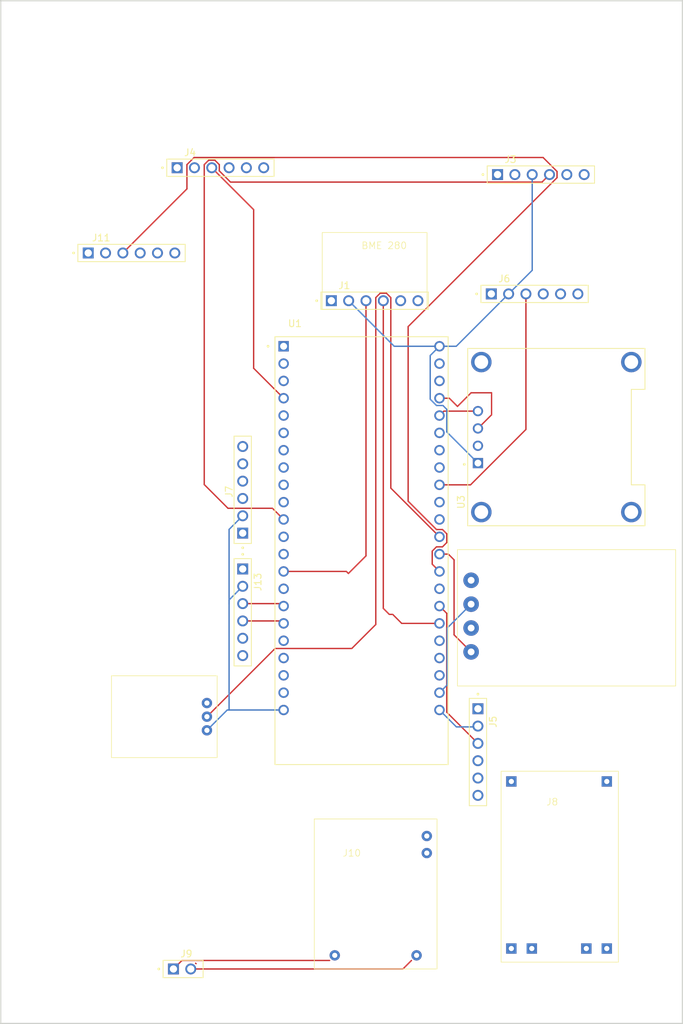
<source format=kicad_pcb>
(kicad_pcb (version 20240108) (generator "pcbnew") (generator_version "8.0")
  (layers (0 "F.Cu" signal) (31 "B.Cu" signal) (34 "B.Paste" user) (35 "F.Paste" user) (36 "B.SilkS" user "B.Silkscreen") (37 "F.SilkS" user "F.Silkscreen") (38 "B.Mask" user) (39 "F.Mask" user) (44 "Edge.Cuts" user))
  (net 0 "")
  (net 1 "Net-(J10--BAT)")
  (net 2 "Net-(J1-MOSI)")
  (net 3 "3v")
  (net 7 "GND")
  (net 8 "Net-(J10-+BAT)")
  (net 10 "Net-(J11-OUT)")
  (net 13 "Net-(J12-DATA)")
  (net 16 "Net-(J1-SCK)")
  (net 19 "Net-(J2-AO)")
  (net 22 "Net-(J13-DAT)")
  (net 23 "5v")
  (net 28 "Net-(J13-CLK)")
  (net 29 "Net-(U1-GPIO18)")
  (net 32 "Net-(C1-Pad1)")
  (net 35 "Net-(J4-D0)")
  (net 38 "Net-(J5-OUT)")
  (net 43 "Net-(J6-D0)")
  (net 44 "Net-(J7-OUT)")
  (net 45 "Net-(U1-GPIO1)")
  (net 46 "Net-(U1-GPIO2)")
  (net 47 "Net-(J13-RST)")
  (footprint "npulg:MQ 185" (layer "F.Cu") (at 144 132.5 -90)
    (property "Reference" "J2" (hide yes))
    (property "Value" "MQ 135")
    (fp_rect (start -8 -7.5) (end 12 24.5) (stroke (width 0.1)) (fill none) (layer "F.SilkS"))
    (pad "1" thru_hole circle (at -3.5 22.5 270) (size 2.286 2.286) (drill 1) (layers "*.Cu" "*.Mask") (net 3 "3v"))
    (pad "2" thru_hole circle (at 0 22.5 270) (size 2.286 2.286) (drill 1) (layers "*.Cu" "*.Mask") (net 7 "GND"))
    (pad "3" thru_hole circle (at 3.5 22.5 270) (size 2.286 2.286) (drill 1) (layers "*.Cu" "*.Mask"))
    (pad "4" thru_hole circle (at 7 22.5 270) (size 2.286 2.286) (drill 1) (layers "*.Cu" "*.Mask") (net 19 "Net-(J2-AO)"))
  )
  (footprint "Oled display:MODULE_DM-OLED096-636" (layer "F.Cu") (at 134 108 90)
    (property "Reference" "U3" (at -9.525 -13.97 90) (layer "F.SilkS"))
    (property "Value" "Oled display")
    (fp_line (start 13 -13) (end 13 13) (stroke (width 0.127)) (layer "F.SilkS"))
    (fp_line (start -13 -13) (end 13 -13) (stroke (width 0.127)) (layer "F.SilkS"))
    (fp_line (start 7 11) (end -7 11) (stroke (width 0.127)) (layer "F.SilkS"))
    (fp_line (start -7 11) (end -7 13) (stroke (width 0.127)) (layer "F.SilkS"))
    (fp_line (start 13 13) (end 7 13) (stroke (width 0.127)) (layer "F.SilkS"))
    (fp_line (start 7 13) (end 7 11) (stroke (width 0.127)) (layer "F.SilkS"))
    (fp_line (start -7 13) (end -13 13) (stroke (width 0.127)) (layer "F.SilkS"))
    (fp_line (start -13 13) (end -13 -13) (stroke (width 0.127)) (layer "F.SilkS"))
    (fp_circle (center -4 -13.5) (end -3.9 -13.5) (stroke (width 0.2)) (fill none) (layer "F.SilkS"))
    (pad "1" thru_hole rect (at -3.81 -11.5 90) (size 1.508 1.508) (drill 1) (layers "*.Cu" "*.Mask") (net 7 "GND"))
    (pad "2" thru_hole circle (at -1.27 -11.5 90) (size 1.508 1.508) (drill 1) (layers "*.Cu" "*.Mask") (net 23 "5v"))
    (pad "3" thru_hole circle (at 1.27 -11.5 90) (size 1.508 1.508) (drill 1) (layers "*.Cu" "*.Mask") (net 45 "Net-(U1-GPIO1)"))
    (pad "4" thru_hole circle (at 3.81 -11.5 90) (size 1.508 1.508) (drill 1) (layers "*.Cu" "*.Mask") (net 46 "Net-(U1-GPIO2)"))
    (pad "S1" thru_hole circle (at -11 -11 90) (size 3 3) (drill 2) (layers "*.Cu" "*.Mask"))
    (pad "S2" thru_hole circle (at 11 -11 90) (size 3 3) (drill 2) (layers "*.Cu" "*.Mask"))
    (pad "S3" thru_hole circle (at 11 11 90) (size 3 3) (drill 2) (layers "*.Cu" "*.Mask"))
    (pad "S4" thru_hole circle (at -11 11 90) (size 3 3) (drill 2) (layers "*.Cu" "*.Mask"))
  )
  (footprint "6 pin female header:SULLINS_PPTC061LFBN-RC" (layer "F.Cu") (at 88 133.69 -90)
    (property "Reference" "J13" (at -4.445 -2.2225 90) (layer "F.SilkS"))
    (property "Value" "RTC")
    (fp_line (start -7.87 1.27) (end 7.87 1.27) (stroke (width 0.127)) (layer "F.SilkS"))
    (fp_line (start 7.87 1.27) (end 7.87 -1.27) (stroke (width 0.127)) (layer "F.SilkS"))
    (fp_line (start -7.87 -1.27) (end -7.87 1.27) (stroke (width 0.127)) (layer "F.SilkS"))
    (fp_line (start 7.87 -1.27) (end -7.87 -1.27) (stroke (width 0.127)) (layer "F.SilkS"))
    (fp_circle (center -8.5 0) (end -8.4 0) (stroke (width 0.2)) (fill none) (layer "F.SilkS"))
    (pad "1" thru_hole rect (at -6.35 0 270) (size 1.605 1.605) (drill 1.07) (layers "*.Cu" "*.Mask") (net 23 "5v"))
    (pad "2" thru_hole circle (at -3.81 0 270) (size 1.605 1.605) (drill 1.07) (layers "*.Cu" "*.Mask") (net 7 "GND"))
    (pad "3" thru_hole circle (at -1.27 0 270) (size 1.605 1.605) (drill 1.07) (layers "*.Cu" "*.Mask") (net 28 "Net-(J13-CLK)"))
    (pad "4" thru_hole circle (at 1.27 0 270) (size 1.605 1.605) (drill 1.07) (layers "*.Cu" "*.Mask") (net 22 "Net-(J13-DAT)"))
    (pad "5" thru_hole circle (at 3.81 0 270) (size 1.605 1.605) (drill 1.07) (layers "*.Cu" "*.Mask"))
    (pad "6" thru_hole circle (at 6.35 0 270) (size 1.605 1.605) (drill 1.07) (layers "*.Cu" "*.Mask"))
  )
  (footprint "Esp32 S3 N8R8:XCVR_ESP32-S3-DEVKITC-1U-N8R2" (layer "F.Cu") (at 105.43 124.65)
    (property "Reference" "U1" (at -9.775 -33.305 0) (layer "F.SilkS"))
    (property "Value" "ESP32-S3-DEVKITC-1U-N8R2")
    (fp_line (start -12.7 -31.37) (end 12.7 -31.37) (stroke (width 0.127)) (layer "F.SilkS"))
    (fp_line (start -12.7 31.37) (end -12.7 -31.37) (stroke (width 0.127)) (layer "F.SilkS"))
    (fp_line (start 12.7 -31.37) (end 12.7 31.37) (stroke (width 0.127)) (layer "F.SilkS"))
    (fp_line (start 12.7 31.37) (end -12.7 31.37) (stroke (width 0.127)) (layer "F.SilkS"))
    (fp_circle (center -13.716 -29.972) (end -13.616 -29.972) (stroke (width 0.2)) (fill none) (layer "F.SilkS"))
    (pad "J1_1" thru_hole rect (at -11.43 -29.97) (size 1.53 1.53) (drill 1.02) (layers "*.Cu" "*.Mask") (net 3 "3v"))
    (pad "J1_2" thru_hole circle (at -11.43 -27.43) (size 1.53 1.53) (drill 1.02) (layers "*.Cu" "*.Mask") (net 3 "3v"))
    (pad "J1_3" thru_hole circle (at -11.43 -24.89) (size 1.53 1.53) (drill 1.02) (layers "*.Cu" "*.Mask"))
    (pad "J1_4" thru_hole circle (at -11.43 -22.35) (size 1.53 1.53) (drill 1.02) (layers "*.Cu" "*.Mask") (net 35 "Net-(J4-D0)"))
    (pad "J1_5" thru_hole circle (at -11.43 -19.81) (size 1.53 1.53) (drill 1.02) (layers "*.Cu" "*.Mask") (net 23 "5v"))
    (pad "J1_6" thru_hole circle (at -11.43 -17.27) (size 1.53 1.53) (drill 1.02) (layers "*.Cu" "*.Mask"))
    (pad "J1_7" thru_hole circle (at -11.43 -14.73) (size 1.53 1.53) (drill 1.02) (layers "*.Cu" "*.Mask"))
    (pad "J1_8" thru_hole circle (at -11.43 -12.19) (size 1.53 1.53) (drill 1.02) (layers "*.Cu" "*.Mask"))
    (pad "J1_9" thru_hole circle (at -11.43 -9.65) (size 1.53 1.53) (drill 1.02) (layers "*.Cu" "*.Mask"))
    (pad "J1_10" thru_hole circle (at -11.43 -7.11) (size 1.53 1.53) (drill 1.02) (layers "*.Cu" "*.Mask"))
    (pad "J1_11" thru_hole circle (at -11.43 -4.57) (size 1.53 1.53) (drill 1.02) (layers "*.Cu" "*.Mask") (net 29 "Net-(U1-GPIO18)"))
    (pad "J1_12" thru_hole circle (at -11.43 -2.03) (size 1.53 1.53) (drill 1.02) (layers "*.Cu" "*.Mask"))
    (pad "J1_13" thru_hole circle (at -11.43 0.51) (size 1.53 1.53) (drill 1.02) (layers "*.Cu" "*.Mask"))
    (pad "J1_14" thru_hole circle (at -11.43 3.05) (size 1.53 1.53) (drill 1.02) (layers "*.Cu" "*.Mask") (net 16 "Net-(J1-SCK)"))
    (pad "J1_15" thru_hole circle (at -11.43 5.59) (size 1.53 1.53) (drill 1.02) (layers "*.Cu" "*.Mask"))
    (pad "J1_16" thru_hole circle (at -11.43 8.13) (size 1.53 1.53) (drill 1.02) (layers "*.Cu" "*.Mask") (net 28 "Net-(J13-CLK)"))
    (pad "J1_17" thru_hole circle (at -11.43 10.67) (size 1.53 1.53) (drill 1.02) (layers "*.Cu" "*.Mask") (net 22 "Net-(J13-DAT)"))
    (pad "J1_18" thru_hole circle (at -11.43 13.21) (size 1.53 1.53) (drill 1.02) (layers "*.Cu" "*.Mask") (net 47 "Net-(J13-RST)"))
    (pad "J1_19" thru_hole circle (at -11.43 15.75) (size 1.53 1.53) (drill 1.02) (layers "*.Cu" "*.Mask"))
    (pad "J1_20" thru_hole circle (at -11.43 18.29) (size 1.53 1.53) (drill 1.02) (layers "*.Cu" "*.Mask"))
    (pad "J1_21" thru_hole circle (at -11.43 20.83) (size 1.53 1.53) (drill 1.02) (layers "*.Cu" "*.Mask") (net 23 "5v"))
    (pad "J1_22" thru_hole circle (at -11.43 23.37) (size 1.53 1.53) (drill 1.02) (layers "*.Cu" "*.Mask") (net 7 "GND"))
    (pad "J3_1" thru_hole circle (at 11.43 -29.97) (size 1.53 1.53) (drill 1.02) (layers "*.Cu" "*.Mask") (net 7 "GND"))
    (pad "J3_2" thru_hole circle (at 11.43 -27.43) (size 1.53 1.53) (drill 1.02) (layers "*.Cu" "*.Mask"))
    (pad "J3_3" thru_hole circle (at 11.43 -24.89) (size 1.53 1.53) (drill 1.02) (layers "*.Cu" "*.Mask"))
    (pad "J3_4" thru_hole circle (at 11.43 -22.35) (size 1.53 1.53) (drill 1.02) (layers "*.Cu" "*.Mask") (net 45 "Net-(U1-GPIO1)"))
    (pad "J3_5" thru_hole circle (at 11.43 -19.81) (size 1.53 1.53) (drill 1.02) (layers "*.Cu" "*.Mask") (net 46 "Net-(U1-GPIO2)"))
    (pad "J3_6" thru_hole circle (at 11.43 -17.27) (size 1.53 1.53) (drill 1.02) (layers "*.Cu" "*.Mask"))
    (pad "J3_7" thru_hole circle (at 11.43 -14.73) (size 1.53 1.53) (drill 1.02) (layers "*.Cu" "*.Mask"))
    (pad "J3_8" thru_hole circle (at 11.43 -12.19) (size 1.53 1.53) (drill 1.02) (layers "*.Cu" "*.Mask"))
    (pad "J3_9" thru_hole circle (at 11.43 -9.65) (size 1.53 1.53) (drill 1.02) (layers "*.Cu" "*.Mask") (net 43 "Net-(J6-D0)"))
    (pad "J3_10" thru_hole circle (at 11.43 -7.11) (size 1.53 1.53) (drill 1.02) (layers "*.Cu" "*.Mask"))
    (pad "J3_11" thru_hole circle (at 11.43 -4.57) (size 1.53 1.53) (drill 1.02) (layers "*.Cu" "*.Mask"))
    (pad "J3_12" thru_hole circle (at 11.43 -2.03) (size 1.53 1.53) (drill 1.02) (layers "*.Cu" "*.Mask") (net 13 "Net-(J12-DATA)"))
    (pad "J3_13" thru_hole circle (at 11.43 0.51) (size 1.53 1.53) (drill 1.02) (layers "*.Cu" "*.Mask") (net 19 "Net-(J2-AO)"))
    (pad "J3_14" thru_hole circle (at 11.43 3.05) (size 1.53 1.53) (drill 1.02) (layers "*.Cu" "*.Mask") (net 10 "Net-(J11-OUT)"))
    (pad "J3_15" thru_hole circle (at 11.43 5.59) (size 1.53 1.53) (drill 1.02) (layers "*.Cu" "*.Mask"))
    (pad "J3_16" thru_hole circle (at 11.43 8.13) (size 1.53 1.53) (drill 1.02) (layers "*.Cu" "*.Mask") (net 38 "Net-(J5-OUT)"))
    (pad "J3_17" thru_hole circle (at 11.43 10.67) (size 1.53 1.53) (drill 1.02) (layers "*.Cu" "*.Mask") (net 2 "Net-(J1-MOSI)"))
    (pad "J3_18" thru_hole circle (at 11.43 13.21) (size 1.53 1.53) (drill 1.02) (layers "*.Cu" "*.Mask"))
    (pad "J3_19" thru_hole circle (at 11.43 15.75) (size 1.53 1.53) (drill 1.02) (layers "*.Cu" "*.Mask"))
    (pad "J3_20" thru_hole circle (at 11.43 18.29) (size 1.53 1.53) (drill 1.02) (layers "*.Cu" "*.Mask"))
    (pad "J3_21" thru_hole circle (at 11.43 20.83) (size 1.53 1.53) (drill 1.02) (layers "*.Cu" "*.Mask") (net 7 "GND"))
    (pad "J3_22" thru_hole circle (at 11.43 23.37) (size 1.53 1.53) (drill 1.02) (layers "*.Cu" "*.Mask") (net 7 "GND"))
  )
  (footprint "npulg:DHT11" (layer "F.Cu") (at 75.25 148 90)
    (property "Reference" "J12" (hide yes))
    (property "Value" "DHT11")
    (fp_rect (start -7 -6.5) (end 5 9) (stroke (width 0.1)) (fill none) (layer "F.SilkS"))
    (pad "1" thru_hole circle (at -3 7.5 90) (size 1.524 1.524) (drill 0.762) (layers "*.Cu" "*.Mask") (net 7 "GND"))
    (pad "2" thru_hole circle (at -1 7.5 90) (size 1.524 1.524) (drill 0.762) (layers "*.Cu" "*.Mask") (net 13 "Net-(J12-DATA)"))
    (pad "3" thru_hole circle (at 1 7.5 90) (size 1.524 1.524) (drill 0.762) (layers "*.Cu" "*.Mask") (net 23 "5v"))
  )
  (footprint "6 pin female header:SULLINS_PPTC061LFBN-RC" (layer "F.Cu") (at 84.73 68.5)
    (property "Reference" "J4" (at -4.445 -2.2225 0) (layer "F.SilkS"))
    (property "Value" "water sensor")
    (fp_line (start -7.87 -1.27) (end -7.87 1.27) (stroke (width 0.127)) (layer "F.SilkS"))
    (fp_line (start -7.87 1.27) (end 7.87 1.27) (stroke (width 0.127)) (layer "F.SilkS"))
    (fp_line (start 7.87 -1.27) (end -7.87 -1.27) (stroke (width 0.127)) (layer "F.SilkS"))
    (fp_line (start 7.87 1.27) (end 7.87 -1.27) (stroke (width 0.127)) (layer "F.SilkS"))
    (fp_circle (center -8.5 0) (end -8.4 0) (stroke (width 0.2)) (fill none) (layer "F.SilkS"))
    (pad "1" thru_hole rect (at -6.35 0) (size 1.605 1.605) (drill 1.07) (layers "*.Cu" "*.Mask") (net 23 "5v"))
    (pad "2" thru_hole circle (at -3.81 0) (size 1.605 1.605) (drill 1.07) (layers "*.Cu" "*.Mask") (net 7 "GND"))
    (pad "3" thru_hole circle (at -1.27 0) (size 1.605 1.605) (drill 1.07) (layers "*.Cu" "*.Mask") (net 35 "Net-(J4-D0)"))
    (pad "4" thru_hole circle (at 1.27 0) (size 1.605 1.605) (drill 1.07) (layers "*.Cu" "*.Mask"))
    (pad "5" thru_hole circle (at 3.81 0) (size 1.605 1.605) (drill 1.07) (layers "*.Cu" "*.Mask"))
    (pad "6" thru_hole circle (at 6.35 0) (size 1.605 1.605) (drill 1.07) (layers "*.Cu" "*.Mask"))
  )
  (footprint "npulg:TP4056" (layer "F.Cu") (at 133.4 163)
    (property "Reference" "J8" (at 0 -1.5 0) (layer "F.SilkS") (effects (font (thickness 0.1))))
    (property "Value" "Tp4056")
    (fp_rect (start -7.5 -6) (end 9.7 22) (stroke (width 0.1)) (fill none) (layer "F.SilkS"))
    (pad "+IN" thru_hole rect (at 8 -4.5) (size 1.524 1.524) (drill 0.762) (layers "*.Cu" "*.Mask"))
    (pad "-IN" thru_hole rect (at -6 -4.5) (size 1.524 1.524) (drill 0.762) (layers "*.Cu" "*.Mask"))
    (pad "BAT+" thru_hole rect (at -3 20) (size 1.524 1.524) (drill 0.762) (layers "*.Cu" "*.Mask"))
    (pad "BAT-" thru_hole rect (at 5 20) (size 1.524 1.524) (drill 0.762) (layers "*.Cu" "*.Mask"))
    (pad "OUT+" thru_hole rect (at -6 20) (size 1.524 1.524) (drill 0.762) (layers "*.Cu" "*.Mask"))
    (pad "OUT-" thru_hole rect (at 8 20) (size 1.524 1.524) (drill 0.762) (layers "*.Cu" "*.Mask"))
  )
  (footprint "6 pin female header:SULLINS_PPTC061LFBN-RC" (layer "F.Cu") (at 122.5 154.19 -90)
    (property "Reference" "J5" (at -4.445 -2.2225 90) (layer "F.SilkS"))
    (property "Value" "IR sensor")
    (fp_line (start -7.87 1.27) (end 7.87 1.27) (stroke (width 0.127)) (layer "F.SilkS"))
    (fp_line (start 7.87 1.27) (end 7.87 -1.27) (stroke (width 0.127)) (layer "F.SilkS"))
    (fp_line (start -7.87 -1.27) (end -7.87 1.27) (stroke (width 0.127)) (layer "F.SilkS"))
    (fp_line (start 7.87 -1.27) (end -7.87 -1.27) (stroke (width 0.127)) (layer "F.SilkS"))
    (fp_circle (center -8.5 0) (end -8.4 0) (stroke (width 0.2)) (fill none) (layer "F.SilkS"))
    (pad "1" thru_hole rect (at -6.35 0 270) (size 1.605 1.605) (drill 1.07) (layers "*.Cu" "*.Mask") (net 23 "5v"))
    (pad "2" thru_hole circle (at -3.81 0 270) (size 1.605 1.605) (drill 1.07) (layers "*.Cu" "*.Mask") (net 7 "GND"))
    (pad "3" thru_hole circle (at -1.27 0 270) (size 1.605 1.605) (drill 1.07) (layers "*.Cu" "*.Mask") (net 38 "Net-(J5-OUT)"))
    (pad "4" thru_hole circle (at 1.27 0 270) (size 1.605 1.605) (drill 1.07) (layers "*.Cu" "*.Mask"))
    (pad "5" thru_hole circle (at 3.81 0 270) (size 1.605 1.605) (drill 1.07) (layers "*.Cu" "*.Mask"))
    (pad "6" thru_hole circle (at 6.35 0 270) (size 1.605 1.605) (drill 1.07) (layers "*.Cu" "*.Mask"))
  )
  (footprint "6 pin female header:SULLINS_PPTC061LFBN-RC" (layer "F.Cu") (at 84.19 186)
    (property "Reference" "J9" (at -4.445 -2.2225 0) (layer "F.SilkS"))
    (property "Value" "Battery")
    (fp_line (start -7.87 -1.27) (end -7.87 1.27) (stroke (width 0.127)) (layer "F.SilkS"))
    (fp_line (start -7.87 1.27) (end -2 1.27) (stroke (width 0.127)) (layer "F.SilkS"))
    (fp_line (start -2 -1.27) (end -7.87 -1.27) (stroke (width 0.127)) (layer "F.SilkS"))
    (fp_line (start -2 1.27) (end -2 -1.27) (stroke (width 0.127)) (layer "F.SilkS"))
    (fp_circle (center -8.5 0) (end -8.4 0) (stroke (width 0.2)) (fill none) (layer "F.SilkS"))
    (pad "1" thru_hole rect (at -6.35 0) (size 1.605 1.605) (drill 1.07) (layers "*.Cu" "*.Mask") (net 8 "Net-(J10-+BAT)"))
    (pad "2" thru_hole circle (at -3.81 0) (size 1.605 1.605) (drill 1.07) (layers "*.Cu" "*.Mask") (net 1 "Net-(J10--BAT)"))
  )
  (footprint "npulg:Boost" (layer "F.Cu") (at 105.5 172)
    (property "Reference" "J10" (at -1.5 -3 0) (layer "F.SilkS") (effects (font (thickness 0.1))))
    (property "Value" "BOOST")
    (fp_rect (start -7 -8) (end 11 14) (stroke (width 0.1)) (fill none) (layer "F.SilkS"))
    (pad "+" thru_hole circle (at -4 12) (size 1.524 1.524) (drill 0.762) (layers "*.Cu" "*.Mask"))
    (pad "+5v" thru_hole circle (at 9.5 -5.5) (size 1.524 1.524) (drill 0.762) (layers "*.Cu" "*.Mask"))
    (pad "-" thru_hole circle (at 8 12) (size 1.524 1.524) (drill 0.762) (layers "*.Cu" "*.Mask"))
    (pad "GND" thru_hole circle (at 9.5 -3) (size 1.524 1.524) (drill 0.762) (layers "*.Cu" "*.Mask"))
  )
  (footprint "6 pin female header:SULLINS_PPTC061LFBN-RC" (layer "F.Cu") (at 71.69 81)
    (property "Reference" "J11" (at -4.445 -2.2225 0) (layer "F.SilkS"))
    (property "Value" "Hall effect")
    (fp_line (start -7.87 -1.27) (end -7.87 1.27) (stroke (width 0.127)) (layer "F.SilkS"))
    (fp_line (start -7.87 1.27) (end 7.87 1.27) (stroke (width 0.127)) (layer "F.SilkS"))
    (fp_line (start 7.87 -1.27) (end -7.87 -1.27) (stroke (width 0.127)) (layer "F.SilkS"))
    (fp_line (start 7.87 1.27) (end 7.87 -1.27) (stroke (width 0.127)) (layer "F.SilkS"))
    (fp_circle (center -8.5 0) (end -8.4 0) (stroke (width 0.2)) (fill none) (layer "F.SilkS"))
    (pad "1" thru_hole rect (at -6.35 0) (size 1.605 1.605) (drill 1.07) (layers "*.Cu" "*.Mask") (net 23 "5v"))
    (pad "2" thru_hole circle (at -3.81 0) (size 1.605 1.605) (drill 1.07) (layers "*.Cu" "*.Mask") (net 7 "GND"))
    (pad "3" thru_hole circle (at -1.27 0) (size 1.605 1.605) (drill 1.07) (layers "*.Cu" "*.Mask") (net 10 "Net-(J11-OUT)"))
    (pad "4" thru_hole circle (at 1.27 0) (size 1.605 1.605) (drill 1.07) (layers "*.Cu" "*.Mask"))
    (pad "5" thru_hole circle (at 3.81 0) (size 1.605 1.605) (drill 1.07) (layers "*.Cu" "*.Mask"))
    (pad "6" thru_hole circle (at 6.35 0) (size 1.605 1.605) (drill 1.07) (layers "*.Cu" "*.Mask"))
  )
  (footprint "6 pin female header:SULLINS_PPTC061LFBN-RC" (layer "F.Cu") (at 88 115.73 90)
    (property "Reference" "J7" (at -0.27 -2 90) (layer "F.SilkS"))
    (property "Value" "IR sensor")
    (fp_line (start 7.87 -1.27) (end -7.87 -1.27) (stroke (width 0.127)) (layer "F.SilkS"))
    (fp_line (start -7.87 -1.27) (end -7.87 1.27) (stroke (width 0.127)) (layer "F.SilkS"))
    (fp_line (start 7.87 1.27) (end 7.87 -1.27) (stroke (width 0.127)) (layer "F.SilkS"))
    (fp_line (start -7.87 1.27) (end 7.87 1.27) (stroke (width 0.127)) (layer "F.SilkS"))
    (fp_circle (center -8.5 0) (end -8.4 0) (stroke (width 0.2)) (fill none) (layer "F.SilkS"))
    (pad "1" thru_hole rect (at -6.35 0 90) (size 1.605 1.605) (drill 1.07) (layers "*.Cu" "*.Mask") (net 23 "5v"))
    (pad "2" thru_hole circle (at -3.81 0 90) (size 1.605 1.605) (drill 1.07) (layers "*.Cu" "*.Mask") (net 7 "GND"))
    (pad "3" thru_hole circle (at -1.27 0 90) (size 1.605 1.605) (drill 1.07) (layers "*.Cu" "*.Mask") (net 44 "Net-(J7-OUT)"))
    (pad "4" thru_hole circle (at 1.27 0 90) (size 1.605 1.605) (drill 1.07) (layers "*.Cu" "*.Mask"))
    (pad "5" thru_hole circle (at 3.81 0 90) (size 1.605 1.605) (drill 1.07) (layers "*.Cu" "*.Mask"))
    (pad "6" thru_hole circle (at 6.35 0 90) (size 1.605 1.605) (drill 1.07) (layers "*.Cu" "*.Mask"))
  )
  (footprint "6 pin female header:SULLINS_PPTC061LFBN-RC" (layer "F.Cu") (at 130.81 87)
    (property "Reference" "J6" (at -4.445 -2.2225 0) (layer "F.SilkS"))
    (property "Value" "Sound Sensor")
    (fp_line (start -7.87 -1.27) (end -7.87 1.27) (stroke (width 0.127)) (layer "F.SilkS"))
    (fp_line (start -7.87 1.27) (end 7.87 1.27) (stroke (width 0.127)) (layer "F.SilkS"))
    (fp_line (start 7.87 -1.27) (end -7.87 -1.27) (stroke (width 0.127)) (layer "F.SilkS"))
    (fp_line (start 7.87 1.27) (end 7.87 -1.27) (stroke (width 0.127)) (layer "F.SilkS"))
    (fp_circle (center -8.5 0) (end -8.4 0) (stroke (width 0.2)) (fill none) (layer "F.SilkS"))
    (pad "1" thru_hole rect (at -6.35 0) (size 1.605 1.605) (drill 1.07) (layers "*.Cu" "*.Mask") (net 23 "5v"))
    (pad "2" thru_hole circle (at -3.81 0) (size 1.605 1.605) (drill 1.07) (layers "*.Cu" "*.Mask") (net 7 "GND"))
    (pad "3" thru_hole circle (at -1.27 0) (size 1.605 1.605) (drill 1.07) (layers "*.Cu" "*.Mask") (net 43 "Net-(J6-D0)"))
    (pad "4" thru_hole circle (at 1.27 0) (size 1.605 1.605) (drill 1.07) (layers "*.Cu" "*.Mask"))
    (pad "5" thru_hole circle (at 3.81 0) (size 1.605 1.605) (drill 1.07) (layers "*.Cu" "*.Mask"))
    (pad "6" thru_hole circle (at 6.35 0) (size 1.605 1.605) (drill 1.07) (layers "*.Cu" "*.Mask"))
  )
  (footprint "6 pin female header:SULLINS_PPTC061LFBN-RC" (layer "F.Cu") (at 107.35 88)
    (property "Reference" "J1" (at -4.445 -2.2225 0) (layer "F.SilkS"))
    (property "Value" "BME 280")
    (fp_line (start -7.87 -1.27) (end -7.87 1.27) (stroke (width 0.127)) (layer "F.SilkS"))
    (fp_line (start -7.87 1.27) (end 7.87 1.27) (stroke (width 0.127)) (layer "F.SilkS"))
    (fp_line (start 7.87 -1.27) (end -7.87 -1.27) (stroke (width 0.127)) (layer "F.SilkS"))
    (fp_line (start 7.87 1.27) (end 7.87 -1.27) (stroke (width 0.127)) (layer "F.SilkS"))
    (fp_rect (start -7.685 -10) (end 7.685 1.27) (stroke (width 0.1)) (fill none) (layer "F.SilkS"))
    (fp_circle (center -8.5 0) (end -8.4 0) (stroke (width 0.2)) (fill none) (layer "F.SilkS"))
    (fp_text user "BME 280" (at -2 -7.5 0) (layer "F.SilkS") (effects (font (thickness 0.1)) (justify left bottom)))
    (pad "1" thru_hole rect (at -6.35 0) (size 1.605 1.605) (drill 1.07) (layers "*.Cu" "*.Mask") (net 3 "3v"))
    (pad "2" thru_hole circle (at -3.81 0) (size 1.605 1.605) (drill 1.07) (layers "*.Cu" "*.Mask") (net 7 "GND"))
    (pad "3" thru_hole circle (at -1.27 0) (size 1.605 1.605) (drill 1.07) (layers "*.Cu" "*.Mask") (net 16 "Net-(J1-SCK)"))
    (pad "4" thru_hole circle (at 1.27 0) (size 1.605 1.605) (drill 1.07) (layers "*.Cu" "*.Mask") (net 2 "Net-(J1-MOSI)"))
    (pad "5" thru_hole circle (at 3.81 0) (size 1.605 1.605) (drill 1.07) (layers "*.Cu" "*.Mask"))
    (pad "6" thru_hole circle (at 6.35 0) (size 1.605 1.605) (drill 1.07) (layers "*.Cu" "*.Mask"))
  )
  (footprint "6 pin female header:SULLINS_PPTC061LFBN-RC" (layer "F.Cu") (at 131.73 69.5)
    (property "Reference" "J3" (at -4.445 -2.2225 0) (layer "F.SilkS"))
    (property "Value" "PMY 2.5")
    (fp_line (start -7.87 -1.27) (end -7.87 1.27) (stroke (width 0.127)) (layer "F.SilkS"))
    (fp_line (start -7.87 1.27) (end 7.87 1.27) (stroke (width 0.127)) (layer "F.SilkS"))
    (fp_line (start 7.87 -1.27) (end -7.87 -1.27) (stroke (width 0.127)) (layer "F.SilkS"))
    (fp_line (start 7.87 1.27) (end 7.87 -1.27) (stroke (width 0.127)) (layer "F.SilkS"))
    (fp_circle (center -8.5 0) (end -8.4 0) (stroke (width 0.2)) (fill none) (layer "F.SilkS"))
    (pad "1" thru_hole rect (at -6.35 0) (size 1.605 1.605) (drill 1.07) (layers "*.Cu" "*.Mask") (net 23 "5v"))
    (pad "2" thru_hole circle (at -3.81 0) (size 1.605 1.605) (drill 1.07) (layers "*.Cu" "*.Mask") (net 23 "5v"))
    (pad "3" thru_hole circle (at -1.27 0) (size 1.605 1.605) (drill 1.07) (layers "*.Cu" "*.Mask") (net 7 "GND"))
    (pad "4" thru_hole circle (at 1.27 0) (size 1.605 1.605) (drill 1.07) (layers "*.Cu" "*.Mask") (net 29 "Net-(U1-GPIO18)"))
    (pad "5" thru_hole circle (at 3.81 0) (size 1.605 1.605) (drill 1.07) (layers "*.Cu" "*.Mask") (net 7 "GND"))
    (pad "6" thru_hole circle (at 6.35 0) (size 1.605 1.605) (drill 1.07) (layers "*.Cu" "*.Mask") (net 32 "Net-(C1-Pad1)"))
  )
  (gr_rect (start 52.5 44) (end 152.5 194) (stroke (width 0.2)) (fill none) (layer "Edge.Cuts"))
  (segment (start 81.159585 185.220414) (end 81.090118 185.150947) (width 0.2) (layer "F.Cu") (net 0))
  (segment (start 80.38 186) (end 111.5 186) (width 0.2) (layer "F.Cu") (net 1))
  (segment (start 111.5 186) (end 112.749053 184.750947) (width 0.2) (layer "F.Cu") (net 1))
  (segment (start 108.62 133.12) (end 109.5 134) (width 0.2) (layer "F.Cu") (net 2))
  (segment (start 109.5 134) (end 110 134) (width 0.2) (layer "F.Cu") (net 2))
  (segment (start 111.32 135.32) (end 112 135.32) (width 0.2) (layer "F.Cu") (net 2))
  (segment (start 112 135.32) (end 116.86 135.32) (width 0.2) (layer "F.Cu") (net 2))
  (segment (start 108.62 88) (end 108.62 133.12) (width 0.2) (layer "F.Cu") (net 2))
  (segment (start 110 134) (end 111.32 135.32) (width 0.2) (layer "F.Cu") (net 2))
  (segment (start 115.5 96.04) (end 116.86 94.68) (width 0.2) (layer "B.Cu") (net 7))
  (segment (start 94 148.02) (end 86 148.02) (width 0.2) (layer "B.Cu") (net 7))
  (segment (start 127 87) (end 119.32 94.68) (width 0.2) (layer "B.Cu") (net 7))
  (segment (start 122.5 150.38) (end 122.5 150.5) (width 0.2) (layer "B.Cu") (net 7))
  (segment (start 110.22 94.68) (end 116.86 94.68) (width 0.2) (layer "B.Cu") (net 7))
  (segment (start 130.46 83.54) (end 127 87) (width 0.2) (layer "B.Cu") (net 7))
  (segment (start 122.5 150.5) (end 119.34 150.5) (width 0.2) (layer "B.Cu") (net 7))
  (segment (start 86 121.54) (end 86 132.5) (width 0.2) (layer "B.Cu") (net 7))
  (segment (start 118 144.34) (end 116.86 145.48) (width 0.2) (layer "B.Cu") (net 7))
  (segment (start 117.365 103.365) (end 116.418862 103.365) (width 0.2) (layer "B.Cu") (net 7))
  (segment (start 85.73 148.02) (end 82.75 151) (width 0.2) (layer "B.Cu") (net 7))
  (segment (start 88 119.54) (end 86 121.54) (width 0.2) (layer "B.Cu") (net 7))
  (segment (start 115.5 102.446138) (end 115.5 96.04) (width 0.2) (layer "B.Cu") (net 7))
  (segment (start 116.418862 103.365) (end 115.5 102.446138) (width 0.2) (layer "B.Cu") (net 7))
  (segment (start 117.925 103.925) (end 117.365 103.365) (width 0.2) (layer "B.Cu") (net 7))
  (segment (start 119.34 150.5) (end 116.86 148.02) (width 0.2) (layer "B.Cu") (net 7))
  (segment (start 117.925 107.235) (end 117.925 103.925) (width 0.2) (layer "B.Cu") (net 7))
  (segment (start 118 136) (end 118 144.34) (width 0.2) (layer "B.Cu") (net 7))
  (segment (start 103.54 88) (end 110.22 94.68) (width 0.2) (layer "B.Cu") (net 7))
  (segment (start 86 148.02) (end 85.73 148.02) (width 0.2) (layer "B.Cu") (net 7))
  (segment (start 121.5 132.5) (end 118 136) (width 0.2) (layer "B.Cu") (net 7))
  (segment (start 119.32 94.68) (end 116.86 94.68) (width 0.2) (layer "B.Cu") (net 7))
  (segment (start 130.46 69.5) (end 130.46 83.54) (width 0.2) (layer "B.Cu") (net 7))
  (segment (start 86 132.5) (end 86 148.02) (width 0.2) (layer "B.Cu") (net 7))
  (segment (start 88 129.88) (end 86 131.88) (width 0.2) (layer "B.Cu") (net 7))
  (segment (start 86 131.88) (end 86 132.5) (width 0.2) (layer "B.Cu") (net 7))
  (segment (start 122.5 111.81) (end 117.925 107.235) (width 0.2) (layer "B.Cu") (net 7))
  (segment (start 77.84 186) (end 79.089053 184.750947) (width 0.2) (layer "F.Cu") (net 8))
  (segment (start 79.089053 184.750947) (end 100.749053 184.750947) (width 0.2) (layer "F.Cu") (net 8))
  (segment (start 117.301138 124.095) (end 116.418862 124.095) (width 0.2) (layer "F.Cu") (net 10))
  (segment (start 116.418862 124.095) (end 115.795 124.718862) (width 0.2) (layer "F.Cu") (net 10))
  (segment (start 79.8175 71.6025) (end 79.8175 68.043329) (width 0.2) (layer "F.Cu") (net 10))
  (segment (start 112.2625 91.796671) (end 112.2625 117.398638) (width 0.2) (layer "F.Cu") (net 10))
  (segment (start 112.2625 117.398638) (end 116.418862 121.555) (width 0.2) (layer "F.Cu") (net 10))
  (segment (start 132.056671 66.9975) (end 134.1025 69.043329) (width 0.2) (layer "F.Cu") (net 10))
  (segment (start 80.863329 66.9975) (end 132.056671 66.9975) (width 0.2) (layer "F.Cu") (net 10))
  (segment (start 117.301138 121.555) (end 117.925 122.178862) (width 0.2) (layer "F.Cu") (net 10))
  (segment (start 134.1025 69.956671) (end 112.2625 91.796671) (width 0.2) (layer "F.Cu") (net 10))
  (segment (start 117.925 123.471138) (end 117.301138 124.095) (width 0.2) (layer "F.Cu") (net 10))
  (segment (start 117.925 122.178862) (end 117.925 123.471138) (width 0.2) (layer "F.Cu") (net 10))
  (segment (start 70.42 81) (end 79.8175 71.6025) (width 0.2) (layer "F.Cu") (net 10))
  (segment (start 134.1025 69.043329) (end 134.1025 69.956671) (width 0.2) (layer "F.Cu") (net 10))
  (segment (start 115.795 126.635) (end 116.86 127.7) (width 0.2) (layer "F.Cu") (net 10))
  (segment (start 79.8175 68.043329) (end 80.863329 66.9975) (width 0.2) (layer "F.Cu") (net 10))
  (segment (start 115.795 124.718862) (end 115.795 126.635) (width 0.2) (layer "F.Cu") (net 10))
  (segment (start 116.418862 121.555) (end 117.301138 121.555) (width 0.2) (layer "F.Cu") (net 10))
  (segment (start 108.163329 86.8975) (end 109.076671 86.8975) (width 0.2) (layer "F.Cu") (net 13))
  (segment (start 107.5175 135.4825) (end 107.5175 87.543329) (width 0.2) (layer "F.Cu") (net 13))
  (segment (start 92.75 139) (end 104 139) (width 0.2) (layer "F.Cu") (net 13))
  (segment (start 104 139) (end 107.5175 135.4825) (width 0.2) (layer "F.Cu") (net 13))
  (segment (start 82.75 149) (end 92.75 139) (width 0.2) (layer "F.Cu") (net 13))
  (segment (start 109.7225 115.4825) (end 116.86 122.62) (width 0.2) (layer "F.Cu") (net 13))
  (segment (start 109.7225 87.543329) (end 109.7225 115.4825) (width 0.2) (layer "F.Cu") (net 13))
  (segment (start 109.076671 86.8975) (end 109.7225 87.543329) (width 0.2) (layer "F.Cu") (net 13))
  (segment (start 107.5175 87.543329) (end 108.163329 86.8975) (width 0.2) (layer "F.Cu") (net 13))
  (segment (start 106.08 125.42) (end 103.5 128) (width 0.2) (layer "F.Cu") (net 16))
  (segment (start 103.5 128) (end 103.2 127.7) (width 0.2) (layer "F.Cu") (net 16))
  (segment (start 103.2 127.7) (end 94 127.7) (width 0.2) (layer "F.Cu") (net 16))
  (segment (start 106.08 88) (end 106.08 125.42) (width 0.2) (layer "F.Cu") (net 16))
  (segment (start 118.16 125.16) (end 116.86 125.16) (width 0.2) (layer "F.Cu") (net 19))
  (segment (start 121.5 139.5) (end 119 137) (width 0.2) (layer "F.Cu") (net 19))
  (segment (start 119 137) (end 119 126) (width 0.2) (layer "F.Cu") (net 19))
  (segment (start 119 126) (end 118.16 125.16) (width 0.2) (layer "F.Cu") (net 19))
  (segment (start 93.64 134.96) (end 94 135.32) (width 0.2) (layer "F.Cu") (net 22))
  (segment (start 88 134.96) (end 93.64 134.96) (width 0.2) (layer "F.Cu") (net 22))
  (segment (start 88 132.42) (end 93.64 132.42) (width 0.2) (layer "F.Cu") (net 28))
  (segment (start 93.64 132.42) (end 94 132.78) (width 0.2) (layer "F.Cu") (net 28))
  (segment (start 86.208329 70.6025) (end 84.5625 68.956671) (width 0.2) (layer "F.Cu") (net 29))
  (segment (start 133 69.5) (end 131.8975 70.6025) (width 0.2) (layer "F.Cu") (net 29))
  (segment (start 131.8975 70.6025) (end 86.208329 70.6025) (width 0.2) (layer "F.Cu") (net 29))
  (segment (start 92.3575 118.4375) (end 94 120.08) (width 0.2) (layer "F.Cu") (net 29))
  (segment (start 85.835 118.4375) (end 92.3575 118.4375) (width 0.2) (layer "F.Cu") (net 29))
  (segment (start 83.003329 67.3975) (end 82.3575 68.043329) (width 0.2) (layer "F.Cu") (net 29))
  (segment (start 82.3575 68.043329) (end 82.3575 114.96) (width 0.2) (layer "F.Cu") (net 29))
  (segment (start 82.3575 114.96) (end 85.835 118.4375) (width 0.2) (layer "F.Cu") (net 29))
  (segment (start 84.5625 68.043329) (end 83.916671 67.3975) (width 0.2) (layer "F.Cu") (net 29))
  (segment (start 84.5625 68.956671) (end 84.5625 68.043329) (width 0.2) (layer "F.Cu") (net 29))
  (segment (start 83.916671 67.3975) (end 83.003329 67.3975) (width 0.2) (layer "F.Cu") (net 29))
  (segment (start 89.6025 74.6425) (end 89.6025 97.9025) (width 0.2) (layer "F.Cu") (net 35))
  (segment (start 83.46 68.5) (end 89.6025 74.6425) (width 0.2) (layer "F.Cu") (net 35))
  (segment (start 89.6025 97.9025) (end 94 102.3) (width 0.2) (layer "F.Cu") (net 35))
  (segment (start 117.925 148.345) (end 117.925 133.845) (width 0.2) (layer "F.Cu") (net 38))
  (segment (start 122.5 152.92) (end 117.925 148.345) (width 0.2) (layer "F.Cu") (net 38))
  (segment (start 117.925 133.845) (end 116.86 132.78) (width 0.2) (layer "F.Cu") (net 38))
  (segment (start 129.54 87) (end 129.54 106.878) (width 0.2) (layer "F.Cu") (net 43))
  (segment (start 121.418 115) (end 116.86 115) (width 0.2) (layer "F.Cu") (net 43))
  (segment (start 129.54 106.878) (end 121.418 115) (width 0.2) (layer "F.Cu") (net 43))
  (segment (start 124.5 101.5) (end 124.5 104.73) (width 0.2) (layer "F.Cu") (net 45))
  (segment (start 118.3 102.3) (end 119.5 103.5) (width 0.2) (layer "F.Cu") (net 45))
  (segment (start 124.5 104.73) (end 122.5 106.73) (width 0.2) (layer "F.Cu") (net 45))
  (segment (start 121.5 101.5) (end 124.5 101.5) (width 0.2) (layer "F.Cu") (net 45))
  (segment (start 116.86 102.3) (end 118.3 102.3) (width 0.2) (layer "F.Cu") (net 45))
  (segment (start 119.5 103.5) (end 121.5 101.5) (width 0.2) (layer "F.Cu") (net 45))
  (segment (start 117.51 104.19) (end 116.86 104.84) (width 0.2) (layer "F.Cu") (net 46))
  (segment (start 122.5 104.19) (end 117.51 104.19) (width 0.2) (layer "F.Cu") (net 46))
)
</source>
